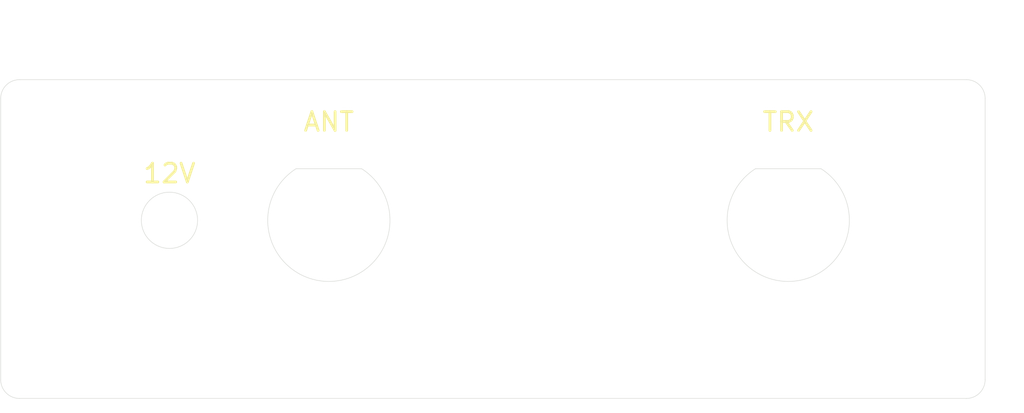
<source format=kicad_pcb>
(kicad_pcb (version 20171130) (host pcbnew 5.1.5+dfsg1-2build2)

  (general
    (thickness 1.6)
    (drawings 22)
    (tracks 0)
    (zones 0)
    (modules 4)
    (nets 1)
  )

  (page A4)
  (layers
    (0 F.Cu signal)
    (1 In1.Cu power hide)
    (2 In2.Cu power hide)
    (31 B.Cu signal)
    (32 B.Adhes user)
    (33 F.Adhes user)
    (34 B.Paste user)
    (35 F.Paste user)
    (36 B.SilkS user)
    (37 F.SilkS user)
    (38 B.Mask user)
    (39 F.Mask user)
    (40 Dwgs.User user)
    (41 Cmts.User user)
    (42 Eco1.User user)
    (43 Eco2.User user)
    (44 Edge.Cuts user)
    (45 Margin user)
    (46 B.CrtYd user)
    (47 F.CrtYd user)
    (48 B.Fab user)
    (49 F.Fab user)
  )

  (setup
    (last_trace_width 0.25)
    (trace_clearance 0.2)
    (zone_clearance 0.508)
    (zone_45_only no)
    (trace_min 0.2)
    (via_size 0.8)
    (via_drill 0.4)
    (via_min_size 0.4)
    (via_min_drill 0.3)
    (uvia_size 0.3)
    (uvia_drill 0.1)
    (uvias_allowed no)
    (uvia_min_size 0.2)
    (uvia_min_drill 0.1)
    (edge_width 0.05)
    (segment_width 0.2)
    (pcb_text_width 0.3)
    (pcb_text_size 1.5 1.5)
    (mod_edge_width 0.12)
    (mod_text_size 1 1)
    (mod_text_width 0.15)
    (pad_size 1.524 1.524)
    (pad_drill 0.762)
    (pad_to_mask_clearance 0.051)
    (solder_mask_min_width 0.25)
    (aux_axis_origin 205 100)
    (grid_origin 205 100)
    (visible_elements FFFFFF7F)
    (pcbplotparams
      (layerselection 0x010fc_ffffffff)
      (usegerberextensions false)
      (usegerberattributes false)
      (usegerberadvancedattributes false)
      (creategerberjobfile false)
      (excludeedgelayer true)
      (linewidth 0.100000)
      (plotframeref false)
      (viasonmask false)
      (mode 1)
      (useauxorigin false)
      (hpglpennumber 1)
      (hpglpenspeed 20)
      (hpglpendiameter 15.000000)
      (psnegative false)
      (psa4output false)
      (plotreference true)
      (plotvalue true)
      (plotinvisibletext false)
      (padsonsilk false)
      (subtractmaskfromsilk false)
      (outputformat 1)
      (mirror false)
      (drillshape 1)
      (scaleselection 1)
      (outputdirectory ""))
  )

  (net 0 "")

  (net_class Default "Dies ist die voreingestellte Netzklasse."
    (clearance 0.2)
    (trace_width 0.25)
    (via_dia 0.8)
    (via_drill 0.4)
    (uvia_dia 0.3)
    (uvia_drill 0.1)
  )

  (net_class PWR ""
    (clearance 0.2)
    (trace_width 0.5)
    (via_dia 0.8)
    (via_drill 0.4)
    (uvia_dia 0.3)
    (uvia_drill 0.1)
  )

  (module MountingHole:MountingHole_3.2mm_M3 (layer F.Cu) (tedit 56D1B4CB) (tstamp 5FE396EA)
    (at 199 69.5)
    (descr "Mounting Hole 3.2mm, no annular, M3")
    (tags "mounting hole 3.2mm no annular m3")
    (path /5FE4E312)
    (attr virtual)
    (fp_text reference H4 (at 0 -4.2) (layer F.SilkS) hide
      (effects (font (size 1 1) (thickness 0.15)))
    )
    (fp_text value MountingHole (at 0 4.2) (layer F.Fab)
      (effects (font (size 1 1) (thickness 0.15)))
    )
    (fp_circle (center 0 0) (end 3.45 0) (layer F.CrtYd) (width 0.05))
    (fp_circle (center 0 0) (end 3.2 0) (layer Cmts.User) (width 0.15))
    (fp_text user %R (at 0.3 0) (layer F.Fab)
      (effects (font (size 1 1) (thickness 0.15)))
    )
    (pad 1 np_thru_hole circle (at 0 0) (size 3.2 3.2) (drill 3.2) (layers *.Cu *.Mask))
  )

  (module MountingHole:MountingHole_3.2mm_M3 (layer F.Cu) (tedit 56D1B4CB) (tstamp 5FE39685)
    (at 106 69.5)
    (descr "Mounting Hole 3.2mm, no annular, M3")
    (tags "mounting hole 3.2mm no annular m3")
    (path /5FE4E07F)
    (attr virtual)
    (fp_text reference H3 (at 0 -4.2) (layer F.SilkS) hide
      (effects (font (size 1 1) (thickness 0.15)))
    )
    (fp_text value MountingHole (at 0 4.2) (layer F.Fab)
      (effects (font (size 1 1) (thickness 0.15)))
    )
    (fp_circle (center 0 0) (end 3.45 0) (layer F.CrtYd) (width 0.05))
    (fp_circle (center 0 0) (end 3.2 0) (layer Cmts.User) (width 0.15))
    (fp_text user %R (at 0.3 0) (layer F.Fab)
      (effects (font (size 1 1) (thickness 0.15)))
    )
    (pad 1 np_thru_hole circle (at 0 0) (size 3.2 3.2) (drill 3.2) (layers *.Cu *.Mask))
  )

  (module MountingHole:MountingHole_3.2mm_M3 (layer F.Cu) (tedit 56D1B4CB) (tstamp 5FE396A2)
    (at 199 96.5)
    (descr "Mounting Hole 3.2mm, no annular, M3")
    (tags "mounting hole 3.2mm no annular m3")
    (path /5FE4DCE3)
    (attr virtual)
    (fp_text reference H2 (at 0 -4.2) (layer F.SilkS) hide
      (effects (font (size 1 1) (thickness 0.15)))
    )
    (fp_text value MountingHole (at 0 4.2) (layer F.Fab)
      (effects (font (size 1 1) (thickness 0.15)))
    )
    (fp_circle (center 0 0) (end 3.45 0) (layer F.CrtYd) (width 0.05))
    (fp_circle (center 0 0) (end 3.2 0) (layer Cmts.User) (width 0.15))
    (fp_text user %R (at 0.3 0) (layer F.Fab)
      (effects (font (size 1 1) (thickness 0.15)))
    )
    (pad 1 np_thru_hole circle (at 0 0) (size 3.2 3.2) (drill 3.2) (layers *.Cu *.Mask))
  )

  (module MountingHole:MountingHole_3.2mm_M3 (layer F.Cu) (tedit 56D1B4CB) (tstamp 5FE39652)
    (at 106 96.5)
    (descr "Mounting Hole 3.2mm, no annular, M3")
    (tags "mounting hole 3.2mm no annular m3")
    (path /5FE4DBB2)
    (attr virtual)
    (fp_text reference H1 (at 0 -4.2) (layer F.SilkS) hide
      (effects (font (size 1 1) (thickness 0.15)))
    )
    (fp_text value MountingHole (at 0 4.2) (layer F.Fab)
      (effects (font (size 1 1) (thickness 0.15)))
    )
    (fp_circle (center 0 0) (end 3.45 0) (layer F.CrtYd) (width 0.05))
    (fp_circle (center 0 0) (end 3.2 0) (layer Cmts.User) (width 0.15))
    (fp_text user %R (at 0.3 0) (layer F.Fab)
      (effects (font (size 1 1) (thickness 0.15)))
    )
    (pad 1 np_thru_hole circle (at 0 0) (size 3.2 3.2) (drill 3.2) (layers *.Cu *.Mask))
  )

  (gr_text TRX (at 184 70.5) (layer F.SilkS)
    (effects (font (size 2 2) (thickness 0.3)))
  )
  (gr_text ANT (at 135 70.5) (layer F.SilkS)
    (effects (font (size 2 2) (thickness 0.3)))
  )
  (gr_text 12V (at 118 76) (layer F.SilkS)
    (effects (font (size 2 2) (thickness 0.3)))
  )
  (gr_circle (center 184 81) (end 190.5 81) (layer Dwgs.User) (width 0.15))
  (gr_circle (center 135 81) (end 141.5 81) (layer Dwgs.User) (width 0.15))
  (gr_arc (start 135 81) (end 131.500001 75.500001) (angle -295.0576154) (layer Edge.Cuts) (width 0.05))
  (gr_arc (start 184 81) (end 180.500001 75.500001) (angle -295.0576154) (layer Edge.Cuts) (width 0.05))
  (gr_line (start 180.5 75.5) (end 187.5 75.5) (layer Edge.Cuts) (width 0.05))
  (gr_line (start 131.5 75.5) (end 138.5 75.5) (layer Edge.Cuts) (width 0.05))
  (gr_circle (center 118 81) (end 121 81) (layer Edge.Cuts) (width 0.05))
  (dimension 84 (width 0.15) (layer Dwgs.User)
    (gr_text "84,000 mm" (at 142 58.2) (layer Dwgs.User)
      (effects (font (size 1 1) (thickness 0.15)))
    )
    (feature1 (pts (xy 184 66) (xy 184 58.913579)))
    (feature2 (pts (xy 100 66) (xy 100 58.913579)))
    (crossbar (pts (xy 100 59.5) (xy 184 59.5)))
    (arrow1a (pts (xy 184 59.5) (xy 182.873496 60.086421)))
    (arrow1b (pts (xy 184 59.5) (xy 182.873496 58.913579)))
    (arrow2a (pts (xy 100 59.5) (xy 101.126504 60.086421)))
    (arrow2b (pts (xy 100 59.5) (xy 101.126504 58.913579)))
  )
  (dimension 35 (width 0.15) (layer Dwgs.User)
    (gr_text "35,000 mm" (at 117.5 60.7) (layer Dwgs.User)
      (effects (font (size 1 1) (thickness 0.15)))
    )
    (feature1 (pts (xy 135 66) (xy 135 61.413579)))
    (feature2 (pts (xy 100 66) (xy 100 61.413579)))
    (crossbar (pts (xy 100 62) (xy 135 62)))
    (arrow1a (pts (xy 135 62) (xy 133.873496 62.586421)))
    (arrow1b (pts (xy 135 62) (xy 133.873496 61.413579)))
    (arrow2a (pts (xy 100 62) (xy 101.126504 62.586421)))
    (arrow2b (pts (xy 100 62) (xy 101.126504 61.413579)))
  )
  (dimension 18 (width 0.15) (layer Dwgs.User)
    (gr_text "18,000 mm" (at 109 63.2) (layer Dwgs.User)
      (effects (font (size 1 1) (thickness 0.15)))
    )
    (feature1 (pts (xy 118 66) (xy 118 63.913579)))
    (feature2 (pts (xy 100 66) (xy 100 63.913579)))
    (crossbar (pts (xy 100 64.5) (xy 118 64.5)))
    (arrow1a (pts (xy 118 64.5) (xy 116.873496 65.086421)))
    (arrow1b (pts (xy 118 64.5) (xy 116.873496 63.913579)))
    (arrow2a (pts (xy 100 64.5) (xy 101.126504 65.086421)))
    (arrow2b (pts (xy 100 64.5) (xy 101.126504 63.913579)))
  )
  (dimension 15 (width 0.15) (layer Dwgs.User)
    (gr_text "15,000 mm" (at 207.8 73.5 270) (layer Dwgs.User)
      (effects (font (size 1 1) (thickness 0.15)))
    )
    (feature1 (pts (xy 205 81) (xy 207.086421 81)))
    (feature2 (pts (xy 205 66) (xy 207.086421 66)))
    (crossbar (pts (xy 206.5 66) (xy 206.5 81)))
    (arrow1a (pts (xy 206.5 81) (xy 205.913579 79.873496)))
    (arrow1b (pts (xy 206.5 81) (xy 207.086421 79.873496)))
    (arrow2a (pts (xy 206.5 66) (xy 205.913579 67.126504)))
    (arrow2b (pts (xy 206.5 66) (xy 207.086421 67.126504)))
  )
  (gr_arc (start 203 68) (end 205 68) (angle -90) (layer Edge.Cuts) (width 0.05))
  (gr_arc (start 102 68) (end 102 66) (angle -90) (layer Edge.Cuts) (width 0.05))
  (gr_arc (start 102 98) (end 100 98) (angle -90) (layer Edge.Cuts) (width 0.05))
  (gr_arc (start 203 98) (end 203 100) (angle -90) (layer Edge.Cuts) (width 0.05))
  (gr_line (start 205 98) (end 205 68) (layer Edge.Cuts) (width 0.05))
  (gr_line (start 100 68) (end 100 98) (layer Edge.Cuts) (width 0.05) (tstamp 5FE3959A))
  (gr_line (start 203 66) (end 102 66) (layer Edge.Cuts) (width 0.05))
  (gr_line (start 102 100) (end 203 100) (layer Edge.Cuts) (width 0.05))

)

</source>
